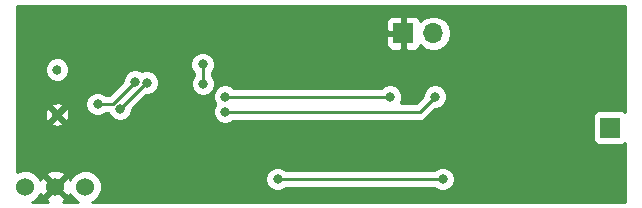
<source format=gbr>
G04 #@! TF.GenerationSoftware,KiCad,Pcbnew,5.0.2-bee76a0~70~ubuntu16.04.1*
G04 #@! TF.CreationDate,2019-07-30T15:31:50+02:00*
G04 #@! TF.ProjectId,hw-USB-RF,68772d55-5342-42d5-9246-2e6b69636164,rev?*
G04 #@! TF.SameCoordinates,Original*
G04 #@! TF.FileFunction,Copper,L2,Bot*
G04 #@! TF.FilePolarity,Positive*
%FSLAX46Y46*%
G04 Gerber Fmt 4.6, Leading zero omitted, Abs format (unit mm)*
G04 Created by KiCad (PCBNEW 5.0.2-bee76a0~70~ubuntu16.04.1) date Tue 30 Jul 2019 03:31:50 PM CEST*
%MOMM*%
%LPD*%
G01*
G04 APERTURE LIST*
G04 #@! TA.AperFunction,ComponentPad*
%ADD10R,1.700000X1.700000*%
G04 #@! TD*
G04 #@! TA.AperFunction,ComponentPad*
%ADD11O,1.700000X1.700000*%
G04 #@! TD*
G04 #@! TA.AperFunction,ComponentPad*
%ADD12C,1.524000*%
G04 #@! TD*
G04 #@! TA.AperFunction,ComponentPad*
%ADD13C,0.797560*%
G04 #@! TD*
G04 #@! TA.AperFunction,ViaPad*
%ADD14C,0.800000*%
G04 #@! TD*
G04 #@! TA.AperFunction,Conductor*
%ADD15C,0.250000*%
G04 #@! TD*
G04 #@! TA.AperFunction,Conductor*
%ADD16C,0.254000*%
G04 #@! TD*
G04 APERTURE END LIST*
D10*
G04 #@! TO.P,AE1,1*
G04 #@! TO.N,Net-(AE1-Pad1)*
X159000000Y-82000000D03*
G04 #@! TD*
G04 #@! TO.P,TP1,1*
G04 #@! TO.N,GND*
X141460000Y-74000000D03*
D11*
G04 #@! TO.P,TP1,2*
G04 #@! TO.N,/RF_DATA*
X144000000Y-74000000D03*
G04 #@! TD*
D12*
G04 #@! TO.P,X1,1*
G04 #@! TO.N,/SWDIO*
X114540000Y-87000000D03*
G04 #@! TO.P,X1,2*
G04 #@! TO.N,GND*
X112000000Y-87000000D03*
G04 #@! TO.P,X1,3*
G04 #@! TO.N,/SWCLK*
X109460000Y-87000000D03*
G04 #@! TD*
D13*
G04 #@! TO.P,J1,5*
G04 #@! TO.N,GND*
X112146300Y-80897380D03*
G04 #@! TO.P,J1,1*
G04 #@! TO.N,+5V*
X112148840Y-77100080D03*
G04 #@! TD*
D14*
G04 #@! TO.N,GND*
X127000000Y-73000000D03*
X127000000Y-75000000D03*
X110000000Y-73500000D03*
X110000000Y-84500000D03*
X114000000Y-81500000D03*
X114000000Y-82500000D03*
X114000000Y-83500000D03*
X159500000Y-73500000D03*
X152000000Y-79500000D03*
X152000000Y-75500000D03*
X139000000Y-84000000D03*
X149750000Y-83500000D03*
X118500000Y-76750000D03*
X117300000Y-73950000D03*
X130810000Y-76200000D03*
X120015000Y-81915000D03*
G04 #@! TO.N,/SWDIO*
X117467859Y-80407461D03*
X119757666Y-78205009D03*
G04 #@! TO.N,/SWCLK*
X115570000Y-80010000D03*
X118745000Y-78105000D03*
G04 #@! TO.N,+3V3*
X124502183Y-78285011D03*
X124460000Y-76654988D03*
G04 #@! TO.N,/RF_CSB*
X144780000Y-86360000D03*
X130810000Y-86360000D03*
G04 #@! TO.N,/RF_SCL*
X144145000Y-79375000D03*
X126365000Y-80645000D03*
G04 #@! TO.N,/RF_DATA*
X140335000Y-79375000D03*
X126365000Y-79375000D03*
G04 #@! TD*
D15*
G04 #@! TO.N,/SWDIO*
X119670311Y-78205009D02*
X119757666Y-78205009D01*
X117467859Y-80407461D02*
X119670311Y-78205009D01*
G04 #@! TO.N,/SWCLK*
X116840000Y-80010000D02*
X118745000Y-78105000D01*
X115570000Y-80010000D02*
X116840000Y-80010000D01*
G04 #@! TO.N,+3V3*
X124502183Y-76697171D02*
X124460000Y-76654988D01*
X124502183Y-78285011D02*
X124502183Y-76697171D01*
G04 #@! TO.N,/RF_CSB*
X144780000Y-86360000D02*
X130810000Y-86360000D01*
G04 #@! TO.N,/RF_SCL*
X126930685Y-80645000D02*
X126365000Y-80645000D01*
X144145000Y-79375000D02*
X142875000Y-80645000D01*
X142875000Y-80645000D02*
X126930685Y-80645000D01*
G04 #@! TO.N,/RF_DATA*
X140335000Y-79375000D02*
X126365000Y-79375000D01*
G04 #@! TD*
D16*
G04 #@! TO.N,GND*
G36*
X160265001Y-80663587D02*
X160097765Y-80551843D01*
X159850000Y-80502560D01*
X158150000Y-80502560D01*
X157902235Y-80551843D01*
X157692191Y-80692191D01*
X157551843Y-80902235D01*
X157502560Y-81150000D01*
X157502560Y-82850000D01*
X157551843Y-83097765D01*
X157692191Y-83307809D01*
X157902235Y-83448157D01*
X158150000Y-83497440D01*
X159850000Y-83497440D01*
X160097765Y-83448157D01*
X160265001Y-83336413D01*
X160265001Y-88265000D01*
X115136558Y-88265000D01*
X115331337Y-88184320D01*
X115724320Y-87791337D01*
X115937000Y-87277881D01*
X115937000Y-86722119D01*
X115724320Y-86208663D01*
X115669783Y-86154126D01*
X129775000Y-86154126D01*
X129775000Y-86565874D01*
X129932569Y-86946280D01*
X130223720Y-87237431D01*
X130604126Y-87395000D01*
X131015874Y-87395000D01*
X131396280Y-87237431D01*
X131513711Y-87120000D01*
X144076289Y-87120000D01*
X144193720Y-87237431D01*
X144574126Y-87395000D01*
X144985874Y-87395000D01*
X145366280Y-87237431D01*
X145657431Y-86946280D01*
X145815000Y-86565874D01*
X145815000Y-86154126D01*
X145657431Y-85773720D01*
X145366280Y-85482569D01*
X144985874Y-85325000D01*
X144574126Y-85325000D01*
X144193720Y-85482569D01*
X144076289Y-85600000D01*
X131513711Y-85600000D01*
X131396280Y-85482569D01*
X131015874Y-85325000D01*
X130604126Y-85325000D01*
X130223720Y-85482569D01*
X129932569Y-85773720D01*
X129775000Y-86154126D01*
X115669783Y-86154126D01*
X115331337Y-85815680D01*
X114817881Y-85603000D01*
X114262119Y-85603000D01*
X113748663Y-85815680D01*
X113355680Y-86208663D01*
X113276572Y-86399647D01*
X113222397Y-86268857D01*
X112980213Y-86199392D01*
X112179605Y-87000000D01*
X112980213Y-87800608D01*
X113222397Y-87731143D01*
X113272535Y-87590607D01*
X113355680Y-87791337D01*
X113748663Y-88184320D01*
X113943442Y-88265000D01*
X112628290Y-88265000D01*
X112731143Y-88222397D01*
X112800608Y-87980213D01*
X112000000Y-87179605D01*
X111199392Y-87980213D01*
X111268857Y-88222397D01*
X111388272Y-88265000D01*
X110056558Y-88265000D01*
X110251337Y-88184320D01*
X110644320Y-87791337D01*
X110723428Y-87600353D01*
X110777603Y-87731143D01*
X111019787Y-87800608D01*
X111820395Y-87000000D01*
X111019787Y-86199392D01*
X110777603Y-86268857D01*
X110727465Y-86409393D01*
X110644320Y-86208663D01*
X110455444Y-86019787D01*
X111199392Y-86019787D01*
X112000000Y-86820395D01*
X112800608Y-86019787D01*
X112731143Y-85777603D01*
X112207698Y-85590856D01*
X111652632Y-85618638D01*
X111268857Y-85777603D01*
X111199392Y-86019787D01*
X110455444Y-86019787D01*
X110251337Y-85815680D01*
X109737881Y-85603000D01*
X109182119Y-85603000D01*
X108735000Y-85788202D01*
X108735000Y-81613841D01*
X111609444Y-81613841D01*
X111634014Y-81818546D01*
X112025524Y-81944470D01*
X112435422Y-81910984D01*
X112658586Y-81818546D01*
X112683156Y-81613841D01*
X112146300Y-81076985D01*
X111609444Y-81613841D01*
X108735000Y-81613841D01*
X108735000Y-80776604D01*
X111099210Y-80776604D01*
X111132696Y-81186502D01*
X111225134Y-81409666D01*
X111429839Y-81434236D01*
X111966695Y-80897380D01*
X112325905Y-80897380D01*
X112862761Y-81434236D01*
X113067466Y-81409666D01*
X113193390Y-81018156D01*
X113159904Y-80608258D01*
X113067466Y-80385094D01*
X112862761Y-80360524D01*
X112325905Y-80897380D01*
X111966695Y-80897380D01*
X111429839Y-80360524D01*
X111225134Y-80385094D01*
X111099210Y-80776604D01*
X108735000Y-80776604D01*
X108735000Y-80180919D01*
X111609444Y-80180919D01*
X112146300Y-80717775D01*
X112683156Y-80180919D01*
X112658586Y-79976214D01*
X112267076Y-79850290D01*
X111857178Y-79883776D01*
X111634014Y-79976214D01*
X111609444Y-80180919D01*
X108735000Y-80180919D01*
X108735000Y-79804126D01*
X114535000Y-79804126D01*
X114535000Y-80215874D01*
X114692569Y-80596280D01*
X114983720Y-80887431D01*
X115364126Y-81045000D01*
X115775874Y-81045000D01*
X116156280Y-80887431D01*
X116273711Y-80770000D01*
X116497752Y-80770000D01*
X116590428Y-80993741D01*
X116881579Y-81284892D01*
X117261985Y-81442461D01*
X117673733Y-81442461D01*
X118054139Y-81284892D01*
X118345290Y-80993741D01*
X118502859Y-80613335D01*
X118502859Y-80447262D01*
X119710114Y-79240009D01*
X119963540Y-79240009D01*
X120343946Y-79082440D01*
X120635097Y-78791289D01*
X120792666Y-78410883D01*
X120792666Y-77999135D01*
X120635097Y-77618729D01*
X120343946Y-77327578D01*
X119963540Y-77170009D01*
X119551792Y-77170009D01*
X119355165Y-77251454D01*
X119331280Y-77227569D01*
X118950874Y-77070000D01*
X118539126Y-77070000D01*
X118158720Y-77227569D01*
X117867569Y-77518720D01*
X117710000Y-77899126D01*
X117710000Y-78065198D01*
X116525199Y-79250000D01*
X116273711Y-79250000D01*
X116156280Y-79132569D01*
X115775874Y-78975000D01*
X115364126Y-78975000D01*
X114983720Y-79132569D01*
X114692569Y-79423720D01*
X114535000Y-79804126D01*
X108735000Y-79804126D01*
X108735000Y-76894448D01*
X111115060Y-76894448D01*
X111115060Y-77305712D01*
X111272444Y-77685669D01*
X111563251Y-77976476D01*
X111943208Y-78133860D01*
X112354472Y-78133860D01*
X112734429Y-77976476D01*
X113025236Y-77685669D01*
X113182620Y-77305712D01*
X113182620Y-76894448D01*
X113025236Y-76514491D01*
X112959859Y-76449114D01*
X123425000Y-76449114D01*
X123425000Y-76860862D01*
X123582569Y-77241268D01*
X123742184Y-77400883D01*
X123742183Y-77581300D01*
X123624752Y-77698731D01*
X123467183Y-78079137D01*
X123467183Y-78490885D01*
X123624752Y-78871291D01*
X123915903Y-79162442D01*
X124296309Y-79320011D01*
X124708057Y-79320011D01*
X125072326Y-79169126D01*
X125330000Y-79169126D01*
X125330000Y-79580874D01*
X125487569Y-79961280D01*
X125536289Y-80010000D01*
X125487569Y-80058720D01*
X125330000Y-80439126D01*
X125330000Y-80850874D01*
X125487569Y-81231280D01*
X125778720Y-81522431D01*
X126159126Y-81680000D01*
X126570874Y-81680000D01*
X126951280Y-81522431D01*
X127068711Y-81405000D01*
X142800153Y-81405000D01*
X142875000Y-81419888D01*
X142949847Y-81405000D01*
X142949852Y-81405000D01*
X143171537Y-81360904D01*
X143422929Y-81192929D01*
X143465331Y-81129470D01*
X144184802Y-80410000D01*
X144350874Y-80410000D01*
X144731280Y-80252431D01*
X145022431Y-79961280D01*
X145180000Y-79580874D01*
X145180000Y-79169126D01*
X145022431Y-78788720D01*
X144731280Y-78497569D01*
X144350874Y-78340000D01*
X143939126Y-78340000D01*
X143558720Y-78497569D01*
X143267569Y-78788720D01*
X143110000Y-79169126D01*
X143110000Y-79335198D01*
X142560199Y-79885000D01*
X141244027Y-79885000D01*
X141370000Y-79580874D01*
X141370000Y-79169126D01*
X141212431Y-78788720D01*
X140921280Y-78497569D01*
X140540874Y-78340000D01*
X140129126Y-78340000D01*
X139748720Y-78497569D01*
X139631289Y-78615000D01*
X127068711Y-78615000D01*
X126951280Y-78497569D01*
X126570874Y-78340000D01*
X126159126Y-78340000D01*
X125778720Y-78497569D01*
X125487569Y-78788720D01*
X125330000Y-79169126D01*
X125072326Y-79169126D01*
X125088463Y-79162442D01*
X125379614Y-78871291D01*
X125537183Y-78490885D01*
X125537183Y-78079137D01*
X125379614Y-77698731D01*
X125262183Y-77581300D01*
X125262183Y-77316516D01*
X125337431Y-77241268D01*
X125495000Y-76860862D01*
X125495000Y-76449114D01*
X125337431Y-76068708D01*
X125046280Y-75777557D01*
X124665874Y-75619988D01*
X124254126Y-75619988D01*
X123873720Y-75777557D01*
X123582569Y-76068708D01*
X123425000Y-76449114D01*
X112959859Y-76449114D01*
X112734429Y-76223684D01*
X112354472Y-76066300D01*
X111943208Y-76066300D01*
X111563251Y-76223684D01*
X111272444Y-76514491D01*
X111115060Y-76894448D01*
X108735000Y-76894448D01*
X108735000Y-74285750D01*
X139975000Y-74285750D01*
X139975000Y-74976309D01*
X140071673Y-75209698D01*
X140250301Y-75388327D01*
X140483690Y-75485000D01*
X141174250Y-75485000D01*
X141333000Y-75326250D01*
X141333000Y-74127000D01*
X140133750Y-74127000D01*
X139975000Y-74285750D01*
X108735000Y-74285750D01*
X108735000Y-73023691D01*
X139975000Y-73023691D01*
X139975000Y-73714250D01*
X140133750Y-73873000D01*
X141333000Y-73873000D01*
X141333000Y-72673750D01*
X141587000Y-72673750D01*
X141587000Y-73873000D01*
X141607000Y-73873000D01*
X141607000Y-74127000D01*
X141587000Y-74127000D01*
X141587000Y-75326250D01*
X141745750Y-75485000D01*
X142436310Y-75485000D01*
X142669699Y-75388327D01*
X142848327Y-75209698D01*
X142914904Y-75048967D01*
X142929375Y-75070625D01*
X143420582Y-75398839D01*
X143853744Y-75485000D01*
X144146256Y-75485000D01*
X144579418Y-75398839D01*
X145070625Y-75070625D01*
X145398839Y-74579418D01*
X145514092Y-74000000D01*
X145398839Y-73420582D01*
X145070625Y-72929375D01*
X144579418Y-72601161D01*
X144146256Y-72515000D01*
X143853744Y-72515000D01*
X143420582Y-72601161D01*
X142929375Y-72929375D01*
X142914904Y-72951033D01*
X142848327Y-72790302D01*
X142669699Y-72611673D01*
X142436310Y-72515000D01*
X141745750Y-72515000D01*
X141587000Y-72673750D01*
X141333000Y-72673750D01*
X141174250Y-72515000D01*
X140483690Y-72515000D01*
X140250301Y-72611673D01*
X140071673Y-72790302D01*
X139975000Y-73023691D01*
X108735000Y-73023691D01*
X108735000Y-71735000D01*
X160265000Y-71735000D01*
X160265001Y-80663587D01*
X160265001Y-80663587D01*
G37*
X160265001Y-80663587D02*
X160097765Y-80551843D01*
X159850000Y-80502560D01*
X158150000Y-80502560D01*
X157902235Y-80551843D01*
X157692191Y-80692191D01*
X157551843Y-80902235D01*
X157502560Y-81150000D01*
X157502560Y-82850000D01*
X157551843Y-83097765D01*
X157692191Y-83307809D01*
X157902235Y-83448157D01*
X158150000Y-83497440D01*
X159850000Y-83497440D01*
X160097765Y-83448157D01*
X160265001Y-83336413D01*
X160265001Y-88265000D01*
X115136558Y-88265000D01*
X115331337Y-88184320D01*
X115724320Y-87791337D01*
X115937000Y-87277881D01*
X115937000Y-86722119D01*
X115724320Y-86208663D01*
X115669783Y-86154126D01*
X129775000Y-86154126D01*
X129775000Y-86565874D01*
X129932569Y-86946280D01*
X130223720Y-87237431D01*
X130604126Y-87395000D01*
X131015874Y-87395000D01*
X131396280Y-87237431D01*
X131513711Y-87120000D01*
X144076289Y-87120000D01*
X144193720Y-87237431D01*
X144574126Y-87395000D01*
X144985874Y-87395000D01*
X145366280Y-87237431D01*
X145657431Y-86946280D01*
X145815000Y-86565874D01*
X145815000Y-86154126D01*
X145657431Y-85773720D01*
X145366280Y-85482569D01*
X144985874Y-85325000D01*
X144574126Y-85325000D01*
X144193720Y-85482569D01*
X144076289Y-85600000D01*
X131513711Y-85600000D01*
X131396280Y-85482569D01*
X131015874Y-85325000D01*
X130604126Y-85325000D01*
X130223720Y-85482569D01*
X129932569Y-85773720D01*
X129775000Y-86154126D01*
X115669783Y-86154126D01*
X115331337Y-85815680D01*
X114817881Y-85603000D01*
X114262119Y-85603000D01*
X113748663Y-85815680D01*
X113355680Y-86208663D01*
X113276572Y-86399647D01*
X113222397Y-86268857D01*
X112980213Y-86199392D01*
X112179605Y-87000000D01*
X112980213Y-87800608D01*
X113222397Y-87731143D01*
X113272535Y-87590607D01*
X113355680Y-87791337D01*
X113748663Y-88184320D01*
X113943442Y-88265000D01*
X112628290Y-88265000D01*
X112731143Y-88222397D01*
X112800608Y-87980213D01*
X112000000Y-87179605D01*
X111199392Y-87980213D01*
X111268857Y-88222397D01*
X111388272Y-88265000D01*
X110056558Y-88265000D01*
X110251337Y-88184320D01*
X110644320Y-87791337D01*
X110723428Y-87600353D01*
X110777603Y-87731143D01*
X111019787Y-87800608D01*
X111820395Y-87000000D01*
X111019787Y-86199392D01*
X110777603Y-86268857D01*
X110727465Y-86409393D01*
X110644320Y-86208663D01*
X110455444Y-86019787D01*
X111199392Y-86019787D01*
X112000000Y-86820395D01*
X112800608Y-86019787D01*
X112731143Y-85777603D01*
X112207698Y-85590856D01*
X111652632Y-85618638D01*
X111268857Y-85777603D01*
X111199392Y-86019787D01*
X110455444Y-86019787D01*
X110251337Y-85815680D01*
X109737881Y-85603000D01*
X109182119Y-85603000D01*
X108735000Y-85788202D01*
X108735000Y-81613841D01*
X111609444Y-81613841D01*
X111634014Y-81818546D01*
X112025524Y-81944470D01*
X112435422Y-81910984D01*
X112658586Y-81818546D01*
X112683156Y-81613841D01*
X112146300Y-81076985D01*
X111609444Y-81613841D01*
X108735000Y-81613841D01*
X108735000Y-80776604D01*
X111099210Y-80776604D01*
X111132696Y-81186502D01*
X111225134Y-81409666D01*
X111429839Y-81434236D01*
X111966695Y-80897380D01*
X112325905Y-80897380D01*
X112862761Y-81434236D01*
X113067466Y-81409666D01*
X113193390Y-81018156D01*
X113159904Y-80608258D01*
X113067466Y-80385094D01*
X112862761Y-80360524D01*
X112325905Y-80897380D01*
X111966695Y-80897380D01*
X111429839Y-80360524D01*
X111225134Y-80385094D01*
X111099210Y-80776604D01*
X108735000Y-80776604D01*
X108735000Y-80180919D01*
X111609444Y-80180919D01*
X112146300Y-80717775D01*
X112683156Y-80180919D01*
X112658586Y-79976214D01*
X112267076Y-79850290D01*
X111857178Y-79883776D01*
X111634014Y-79976214D01*
X111609444Y-80180919D01*
X108735000Y-80180919D01*
X108735000Y-79804126D01*
X114535000Y-79804126D01*
X114535000Y-80215874D01*
X114692569Y-80596280D01*
X114983720Y-80887431D01*
X115364126Y-81045000D01*
X115775874Y-81045000D01*
X116156280Y-80887431D01*
X116273711Y-80770000D01*
X116497752Y-80770000D01*
X116590428Y-80993741D01*
X116881579Y-81284892D01*
X117261985Y-81442461D01*
X117673733Y-81442461D01*
X118054139Y-81284892D01*
X118345290Y-80993741D01*
X118502859Y-80613335D01*
X118502859Y-80447262D01*
X119710114Y-79240009D01*
X119963540Y-79240009D01*
X120343946Y-79082440D01*
X120635097Y-78791289D01*
X120792666Y-78410883D01*
X120792666Y-77999135D01*
X120635097Y-77618729D01*
X120343946Y-77327578D01*
X119963540Y-77170009D01*
X119551792Y-77170009D01*
X119355165Y-77251454D01*
X119331280Y-77227569D01*
X118950874Y-77070000D01*
X118539126Y-77070000D01*
X118158720Y-77227569D01*
X117867569Y-77518720D01*
X117710000Y-77899126D01*
X117710000Y-78065198D01*
X116525199Y-79250000D01*
X116273711Y-79250000D01*
X116156280Y-79132569D01*
X115775874Y-78975000D01*
X115364126Y-78975000D01*
X114983720Y-79132569D01*
X114692569Y-79423720D01*
X114535000Y-79804126D01*
X108735000Y-79804126D01*
X108735000Y-76894448D01*
X111115060Y-76894448D01*
X111115060Y-77305712D01*
X111272444Y-77685669D01*
X111563251Y-77976476D01*
X111943208Y-78133860D01*
X112354472Y-78133860D01*
X112734429Y-77976476D01*
X113025236Y-77685669D01*
X113182620Y-77305712D01*
X113182620Y-76894448D01*
X113025236Y-76514491D01*
X112959859Y-76449114D01*
X123425000Y-76449114D01*
X123425000Y-76860862D01*
X123582569Y-77241268D01*
X123742184Y-77400883D01*
X123742183Y-77581300D01*
X123624752Y-77698731D01*
X123467183Y-78079137D01*
X123467183Y-78490885D01*
X123624752Y-78871291D01*
X123915903Y-79162442D01*
X124296309Y-79320011D01*
X124708057Y-79320011D01*
X125072326Y-79169126D01*
X125330000Y-79169126D01*
X125330000Y-79580874D01*
X125487569Y-79961280D01*
X125536289Y-80010000D01*
X125487569Y-80058720D01*
X125330000Y-80439126D01*
X125330000Y-80850874D01*
X125487569Y-81231280D01*
X125778720Y-81522431D01*
X126159126Y-81680000D01*
X126570874Y-81680000D01*
X126951280Y-81522431D01*
X127068711Y-81405000D01*
X142800153Y-81405000D01*
X142875000Y-81419888D01*
X142949847Y-81405000D01*
X142949852Y-81405000D01*
X143171537Y-81360904D01*
X143422929Y-81192929D01*
X143465331Y-81129470D01*
X144184802Y-80410000D01*
X144350874Y-80410000D01*
X144731280Y-80252431D01*
X145022431Y-79961280D01*
X145180000Y-79580874D01*
X145180000Y-79169126D01*
X145022431Y-78788720D01*
X144731280Y-78497569D01*
X144350874Y-78340000D01*
X143939126Y-78340000D01*
X143558720Y-78497569D01*
X143267569Y-78788720D01*
X143110000Y-79169126D01*
X143110000Y-79335198D01*
X142560199Y-79885000D01*
X141244027Y-79885000D01*
X141370000Y-79580874D01*
X141370000Y-79169126D01*
X141212431Y-78788720D01*
X140921280Y-78497569D01*
X140540874Y-78340000D01*
X140129126Y-78340000D01*
X139748720Y-78497569D01*
X139631289Y-78615000D01*
X127068711Y-78615000D01*
X126951280Y-78497569D01*
X126570874Y-78340000D01*
X126159126Y-78340000D01*
X125778720Y-78497569D01*
X125487569Y-78788720D01*
X125330000Y-79169126D01*
X125072326Y-79169126D01*
X125088463Y-79162442D01*
X125379614Y-78871291D01*
X125537183Y-78490885D01*
X125537183Y-78079137D01*
X125379614Y-77698731D01*
X125262183Y-77581300D01*
X125262183Y-77316516D01*
X125337431Y-77241268D01*
X125495000Y-76860862D01*
X125495000Y-76449114D01*
X125337431Y-76068708D01*
X125046280Y-75777557D01*
X124665874Y-75619988D01*
X124254126Y-75619988D01*
X123873720Y-75777557D01*
X123582569Y-76068708D01*
X123425000Y-76449114D01*
X112959859Y-76449114D01*
X112734429Y-76223684D01*
X112354472Y-76066300D01*
X111943208Y-76066300D01*
X111563251Y-76223684D01*
X111272444Y-76514491D01*
X111115060Y-76894448D01*
X108735000Y-76894448D01*
X108735000Y-74285750D01*
X139975000Y-74285750D01*
X139975000Y-74976309D01*
X140071673Y-75209698D01*
X140250301Y-75388327D01*
X140483690Y-75485000D01*
X141174250Y-75485000D01*
X141333000Y-75326250D01*
X141333000Y-74127000D01*
X140133750Y-74127000D01*
X139975000Y-74285750D01*
X108735000Y-74285750D01*
X108735000Y-73023691D01*
X139975000Y-73023691D01*
X139975000Y-73714250D01*
X140133750Y-73873000D01*
X141333000Y-73873000D01*
X141333000Y-72673750D01*
X141587000Y-72673750D01*
X141587000Y-73873000D01*
X141607000Y-73873000D01*
X141607000Y-74127000D01*
X141587000Y-74127000D01*
X141587000Y-75326250D01*
X141745750Y-75485000D01*
X142436310Y-75485000D01*
X142669699Y-75388327D01*
X142848327Y-75209698D01*
X142914904Y-75048967D01*
X142929375Y-75070625D01*
X143420582Y-75398839D01*
X143853744Y-75485000D01*
X144146256Y-75485000D01*
X144579418Y-75398839D01*
X145070625Y-75070625D01*
X145398839Y-74579418D01*
X145514092Y-74000000D01*
X145398839Y-73420582D01*
X145070625Y-72929375D01*
X144579418Y-72601161D01*
X144146256Y-72515000D01*
X143853744Y-72515000D01*
X143420582Y-72601161D01*
X142929375Y-72929375D01*
X142914904Y-72951033D01*
X142848327Y-72790302D01*
X142669699Y-72611673D01*
X142436310Y-72515000D01*
X141745750Y-72515000D01*
X141587000Y-72673750D01*
X141333000Y-72673750D01*
X141174250Y-72515000D01*
X140483690Y-72515000D01*
X140250301Y-72611673D01*
X140071673Y-72790302D01*
X139975000Y-73023691D01*
X108735000Y-73023691D01*
X108735000Y-71735000D01*
X160265000Y-71735000D01*
X160265001Y-80663587D01*
G04 #@! TD*
M02*

</source>
